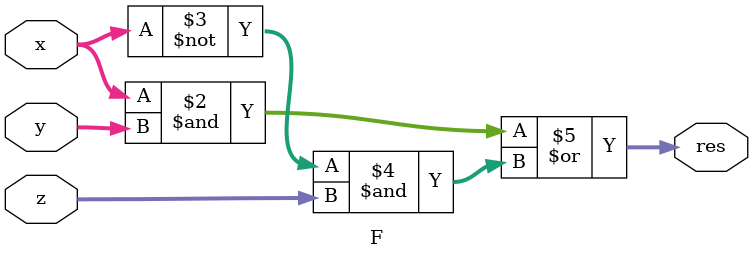
<source format=v>
module F (
    input [31:0]x,
    input [31:0]y,
    input [31:0]z,
    output reg [31:0]res
);
always@(*) 
    begin
        res = (x & y) | ((~x) & z);
    end
endmodule
</source>
